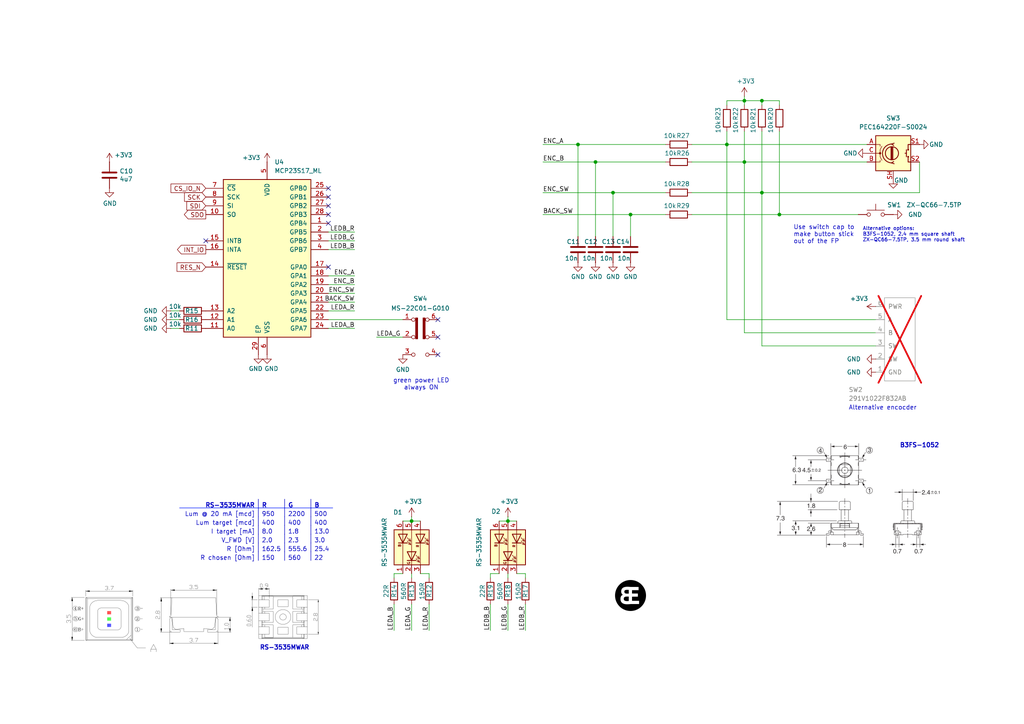
<source format=kicad_sch>
(kicad_sch (version 20250114) (generator "eeschema") (generator_version "9.0")
  (paper "A4")
  (title_block (title "ui_board_1u - User interface board") (date "2025-12-17") (rev "-") (company "Betz Engineering"))
  (lib_symbols
    (symbol "Device:C" (pin_numbers (hide yes)) (pin_names (offset 0.254))
      (property "Reference" "C" (at 0.635 2.54 0))
      (property "Value" "C" (at 0.635 -2.54 0))
      (symbol "C_0_1"
        (polyline (pts (xy -2.032 0.762) (xy 2.032 0.762)) (stroke (width 0.508)))
        (polyline (pts (xy -2.032 -0.762) (xy 2.032 -0.762)) (stroke (width 0.508)))
      )
      (symbol "C_1_1"
        (pin passive line (at 0 3.81 270) (length 2.794) (name "~") (number "1"))
        (pin passive line (at 0 -3.81 90) (length 2.794) (name "~") (number "2"))
      )
    )
    (symbol "Device:R" (pin_numbers (hide yes)) (pin_names (offset 0))
      (property "Reference" "R" (at 2.032 0 90))
      (property "Value" "R" (at 0 0 90))
      (symbol "R_0_1"
        (rectangle (start -1.016 -2.54) (end 1.016 2.54) (stroke (width 0.254)))
      )
      (symbol "R_1_1"
        (pin passive line (at 0 3.81 270) (length 1.27) (name "~") (number "1"))
        (pin passive line (at 0 -3.81 90) (length 1.27) (name "~") (number "2"))
      )
    )
    (symbol "Device:RotaryEncoder_Switch" (pin_names (offset 0.254) (hide yes))
      (property "Reference" "SW1" (at 0 10.16 0))
      (property "Value" "PEC164220F-S0024" (at 0 7.62 0))
      (symbol "RotaryEncoder_Switch_0_1"
        (rectangle (start -5.08 5.08) (end 5.08 -5.08) (stroke (width 0.254)) (fill (type background)))
        (polyline (pts (xy -5.08 2.54) (xy -3.81 2.54) (xy -3.81 2.032)))
        (polyline (pts (xy -5.08 0) (xy -3.81 0) (xy -3.81 -1.016) (xy -3.302 -2.032)))
        (polyline (pts (xy -5.08 -2.54) (xy -3.81 -2.54) (xy -3.81 -2.032)))
        (polyline (pts (xy -4.318 0) (xy -3.81 0) (xy -3.81 1.016) (xy -3.302 2.032)))
        (circle (center -3.81 0) (radius 0.254) (fill (type outline)))
        (polyline (pts (xy -0.635 -1.778) (xy -0.635 1.778)) (stroke (width 0.254)))
        (circle (center -0.381 0) (radius 1.905) (stroke (width 0.254)))
        (polyline (pts (xy -0.381 -1.778) (xy -0.381 1.778)) (stroke (width 0.254)))
        (arc (start -0.381 -2.794) (mid -3.0988 -0.0635) (end -0.381 2.667) (stroke (width 0.254)))
        (polyline (pts (xy -0.127 1.778) (xy -0.127 -1.778)) (stroke (width 0.254)))
        (polyline (pts (xy 0.254 2.921) (xy -0.508 2.667) (xy 0.127 2.286)) (stroke (width 0.254)))
        (polyline (pts (xy 0.254 -3.048) (xy -0.508 -2.794) (xy 0.127 -2.413)) (stroke (width 0.254)))
        (polyline (pts (xy 3.81 1.016) (xy 3.81 -1.016)) (stroke (width 0.254)))
        (polyline (pts (xy 3.81 0) (xy 3.429 0)) (stroke (width 0.254)))
        (circle (center 4.318 1.016) (radius 0.127) (stroke (width 0.254)))
        (circle (center 4.318 -1.016) (radius 0.127) (stroke (width 0.254)))
        (polyline (pts (xy 5.08 2.54) (xy 4.318 2.54) (xy 4.318 1.016)) (stroke (width 0.254)))
        (polyline (pts (xy 5.08 -2.54) (xy 4.318 -2.54) (xy 4.318 -1.016)) (stroke (width 0.254)))
      )
      (symbol "RotaryEncoder_Switch_1_1"
        (pin passive line (at -7.62 2.54 0) (length 2.54) (name "A") (number "A"))
        (pin passive line (at -7.62 0 0) (length 2.54) (name "C") (number "C"))
        (pin passive line (at -7.62 -2.54 0) (length 2.54) (name "B") (number "B"))
        (pin passive line (at 0 -7.62 90) (length 2.54) (name "") (number "SH"))
        (pin passive line (at 7.62 2.54 180) (length 2.54) (name "S1") (number "S1"))
        (pin passive line (at 7.62 -2.54 180) (length 2.54) (name "S2") (number "S2"))
      )
    )
    (symbol "Interface_Expansion:MCP23S17_ML" (pin_names (offset 1.016))
      (property "Reference" "U" (at -11.43 24.13 0))
      (property "Value" "MCP23S17_ML" (at 0 0 0))
      (symbol "MCP23S17_ML_0_1"
        (rectangle (start -12.7 22.86) (end 12.7 -22.86) (stroke (width 0.254)) (fill (type background)))
      )
      (symbol "MCP23S17_ML_1_1"
        (pin input line (at -17.78 20.32 0) (length 5.08) (name "~{CS}") (number "7"))
        (pin input line (at -17.78 17.78 0) (length 5.08) (name "SCK") (number "8"))
        (pin input line (at -17.78 15.24 0) (length 5.08) (name "SI") (number "9"))
        (pin output line (at -17.78 12.7 0) (length 5.08) (name "SO") (number "10"))
        (pin tri_state line (at -17.78 5.08 0) (length 5.08) (name "INTB") (number "15"))
        (pin tri_state line (at -17.78 2.54 0) (length 5.08) (name "INTA") (number "16"))
        (pin input line (at -17.78 -2.54 0) (length 5.08) (name "~{RESET}") (number "14"))
        (pin input line (at -17.78 -15.24 0) (length 5.08) (name "A2") (number "13"))
        (pin input line (at -17.78 -17.78 0) (length 5.08) (name "A1") (number "12"))
        (pin input line (at -17.78 -20.32 0) (length 5.08) (name "A0") (number "11"))
        (pin passive line (at -2.54 -27.94 90) (length 5.08) (name "EP") (number "29"))
        (pin power_in line (at 0 27.94 270) (length 5.08) (name "VDD") (number "5"))
        (pin power_in line (at 0 -27.94 90) (length 5.08) (name "VSS") (number "6"))
        (pin bidirectional line (at 17.78 20.32 180) (length 5.08) (name "GPB0") (number "25"))
        (pin bidirectional line (at 17.78 17.78 180) (length 5.08) (name "GPB1") (number "26"))
        (pin bidirectional line (at 17.78 15.24 180) (length 5.08) (name "GPB2") (number "27"))
        (pin bidirectional line (at 17.78 12.7 180) (length 5.08) (name "GPB3") (number "28"))
        (pin bidirectional line (at 17.78 10.16 180) (length 5.08) (name "GPB4") (number "1"))
        (pin bidirectional line (at 17.78 7.62 180) (length 5.08) (name "GPB5") (number "2"))
        (pin bidirectional line (at 17.78 5.08 180) (length 5.08) (name "GPB6") (number "3"))
        (pin bidirectional line (at 17.78 2.54 180) (length 5.08) (name "GPB7") (number "4"))
        (pin bidirectional line (at 17.78 -2.54 180) (length 5.08) (name "GPA0") (number "17"))
        (pin bidirectional line (at 17.78 -5.08 180) (length 5.08) (name "GPA1") (number "18"))
        (pin bidirectional line (at 17.78 -7.62 180) (length 5.08) (name "GPA2") (number "19"))
        (pin bidirectional line (at 17.78 -10.16 180) (length 5.08) (name "GPA3") (number "20"))
        (pin bidirectional line (at 17.78 -12.7 180) (length 5.08) (name "GPA4") (number "21"))
        (pin bidirectional line (at 17.78 -15.24 180) (length 5.08) (name "GPA5") (number "22"))
        (pin bidirectional line (at 17.78 -17.78 180) (length 5.08) (name "GPA6") (number "23"))
        (pin bidirectional line (at 17.78 -20.32 180) (length 5.08) (name "GPA7") (number "24"))
      )
    )
    (symbol "LED:CLX6F-FKC" (pin_names (hide yes))
      (property "Reference" "D" (at -5.08 6.35 0))
      (property "Value" "CLX6F-FKC" (at -5.08 -6.35 0))
      (symbol "CLX6F-FKC_0_0"
        (text "B" (at -0.508 -3.4544 0) (effects (font (size 0.762 0.762))))
        (text "R" (at -0.381 1.8034 0) (effects (font (size 0.762 0.762))))
        (text "G" (at 4.5466 -0.8382 0) (effects (font (size 0.762 0.762))))
      )
      (symbol "CLX6F-FKC_0_1"
        (rectangle (start -5.08 5.08) (end 5.08 -5.08) (stroke (width 0.254)) (fill (type background)))
        (polyline (pts (xy -5.08 2.54) (xy 5.08 2.54)))
        (polyline (pts (xy -5.08 0) (xy 5.08 0)))
        (polyline (pts (xy -5.08 -2.54) (xy 5.08 -2.54)))
        (polyline (pts (xy -3.81 3.81) (xy -3.81 1.27) (xy -1.27 2.54) (xy -3.81 3.81)) (stroke (width 0.254)))
        (polyline (pts (xy -3.81 -1.27) (xy -3.81 -3.81) (xy -1.27 -2.54) (xy -3.81 -1.27)) (stroke (width 0.254)))
        (polyline (pts (xy -2.794 3.81) (xy -1.778 4.826)))
        (polyline (pts (xy -2.794 -1.27) (xy -1.778 -0.254)))
        (polyline (pts (xy -2.54 4.572) (xy -1.778 4.826) (xy -2.032 4.064)))
        (polyline (pts (xy -2.032 -1.016) (xy -1.778 -0.254) (xy -2.54 -0.508)))
        (polyline (pts (xy -1.778 3.81) (xy -0.762 4.826)))
        (polyline (pts (xy -1.778 -1.27) (xy -0.762 -0.254)))
        (polyline (pts (xy -1.524 4.572) (xy -0.762 4.826) (xy -1.016 4.064)))
        (polyline (pts (xy -1.524 -0.508) (xy -0.762 -0.254) (xy -1.016 -1.016)))
        (polyline (pts (xy -1.27 3.81) (xy -1.27 1.27)) (stroke (width 0.254)))
        (polyline (pts (xy -1.27 -1.27) (xy -1.27 -3.81)) (stroke (width 0.254)))
        (polyline (pts (xy 1.27 1.27) (xy 1.27 -1.27) (xy 3.81 0) (xy 1.27 1.27)) (stroke (width 0.254)))
        (polyline (pts (xy 2.286 1.27) (xy 3.302 2.286)))
        (polyline (pts (xy 3.048 1.524) (xy 3.302 2.286) (xy 2.54 2.032)))
        (polyline (pts (xy 3.302 1.27) (xy 4.318 2.286)))
        (polyline (pts (xy 3.556 2.032) (xy 4.318 2.286) (xy 4.064 1.524)))
        (polyline (pts (xy 3.81 1.27) (xy 3.81 -1.27)) (stroke (width 0.254)))
      )
      (symbol "CLX6F-FKC_1_1"
        (pin passive line (at -7.62 2.54 0) (length 2.54) (name "AR") (number "4"))
        (pin passive line (at -7.62 0 0) (length 2.54) (name "AG") (number "5"))
        (pin passive line (at -7.62 -2.54 0) (length 2.54) (name "AB") (number "6"))
        (pin passive line (at 7.62 2.54 180) (length 2.54) (name "KR") (number "3"))
        (pin passive line (at 7.62 0 180) (length 2.54) (name "KG") (number "2"))
        (pin passive line (at 7.62 -2.54 180) (length 2.54) (name "KB") (number "1"))
      )
    )
    (symbol "Switch:SW_Push" (pin_numbers (hide yes)) (pin_names (offset 1.016) (hide yes))
      (property "Reference" "SW" (at 1.27 2.54 0))
      (property "Value" "SW_Push" (at 0 -1.524 0))
      (symbol "SW_Push_0_1"
        (circle (center -2.032 0) (radius 0.508))
        (polyline (pts (xy 0 1.27) (xy 0 3.048)))
        (circle (center 2.032 0) (radius 0.508))
        (polyline (pts (xy 2.54 1.27) (xy -2.54 1.27)))
        (pin passive line (at -5.08 0 0) (length 2.54) (name "1") (number "1"))
        (pin passive line (at 5.08 0 180) (length 2.54) (name "2") (number "2"))
      )
    )
    (symbol "Switch:SW_Slide_DPDT" (pin_names (offset 0) (hide yes))
      (property "Reference" "SW" (at 0 6.858 0))
      (property "Value" "SW_Slide_DPDT" (at 0 -8.128 0))
      (symbol "SW_Slide_DPDT_0_0"
        (circle (center -2.032 5.08) (radius 0.508))
        (circle (center -2.032 -5.08) (radius 0.508))
        (circle (center 2.032 0) (radius 0.508))
        (circle (center 2.032 -5.08) (radius 0.508))
      )
      (symbol "SW_Slide_DPDT_0_1"
        (circle (center -2.032 0) (radius 0.508))
        (circle (center 2.032 5.08) (radius 0.508))
      )
      (symbol "SW_Slide_DPDT_1_1"
        (rectangle (start -1.397 5.588) (end -0.762 -0.508) (fill (type outline)))
        (rectangle (start 0.762 5.588) (end 1.397 -0.508) (fill (type outline)))
        (pin passive line (at -5.08 5.08 0) (length 2.54) (name "A") (number "1"))
        (pin passive line (at -5.08 0 0) (length 2.54) (name "B") (number "2"))
        (pin passive line (at -5.08 -5.08 0) (length 2.54) (name "C") (number "3"))
        (pin passive line (at 5.08 5.08 180) (length 2.54) (name "C") (number "6"))
        (pin passive line (at 5.08 0 180) (length 2.54) (name "B") (number "5"))
        (pin passive line (at 5.08 -5.08 180) (length 2.54) (name "A") (number "4"))
      )
    )
    (symbol "a_psu:291V1022F832AB" (pin_names (offset 1.016))
      (property "Reference" "U" (at 16.51 22.86 90))
      (property "Value" "291V1022F832AB" (at 16.51 13.97 90))
      (symbol "291V1022F832AB_0_1"
        (rectangle (start 8.89 29.21) (end 17.78 5.08))
      )
      (symbol "291V1022F832AB_1_1"
        (pin power_in line (at 6.35 26.67 0) (length 2.54) (name "PWR") (number "6"))
        (pin open_collector line (at 6.35 22.86 0) (length 2.54) (name "A") (number "5"))
        (pin open_collector line (at 6.35 19.05 0) (length 2.54) (name "B") (number "4"))
        (pin passive line (at 6.35 15.24 0) (length 2.54) (name "SW") (number "3"))
        (pin passive line (at 6.35 11.43 0) (length 2.54) (name "SW") (number "2"))
        (pin power_in line (at 6.35 7.62 0) (length 2.54) (name "GND") (number "1"))
      )
    )
    (symbol "power:+3V3" (power) (pin_numbers (hide yes)) (pin_names (offset 0) (hide yes))
      (property "Value" "+3V3" (at 0 3.556 0))
      (symbol "+3V3_0_1"
        (polyline (pts (xy -0.762 1.27) (xy 0 2.54)))
        (polyline (pts (xy 0 2.54) (xy 0.762 1.27)))
        (polyline (pts (xy 0 0) (xy 0 2.54)))
      )
      (symbol "+3V3_1_1"
        (pin power_in line (at 0 0 90) (length 0) (name "~") (number "1"))
      )
    )
    (symbol "power:GND" (power) (pin_numbers (hide yes)) (pin_names (offset 0) (hide yes))
      (property "Value" "GND" (at 0 -3.81 0))
      (symbol "GND_0_1"
        (polyline (pts (xy 0 0) (xy 0 -1.27) (xy 1.27 -1.27) (xy 0 -2.54) (xy -1.27 -1.27) (xy 0 -1.27)))
      )
      (symbol "GND_1_1"
        (pin power_in line (at 0 0 270) (length 0) (name "~") (number "1"))
      )
    )
  )
  (text "B3FS-1052" (at 266.7 129.286 0) (effects (font (size 1.27 1.27) (thickness 0.254) (bold yes))))
  (text "RS-3535MWAR" (at 82.55 187.96 0) (effects (font (size 1.27 1.27) (thickness 0.254) (bold yes))))
  (text "green power LED\nalways ON" (at 122.174 111.506 0) (effects (font (size 1.27 1.27))))
  (text "Alternative options:\nB3FS-1052, 2.4 mm square shaft\nZX-QC66-7.5TP, 3.5 mm round shaft\n" (at 250.19 68.072 0) (effects (font (size 1.016 1.016) (thickness 0.1588)) (justify left)))
  (text "Use switch cap to\nmake button stick\nout of the FP" (at 230.124 68.072 0) (effects (font (size 1.27 1.27)) (justify left)))
  (text "Alternative encocder" (at 246.126 118.364 0) (effects (font (size 1.27 1.27)) (justify left)))
  (junction (at 182.88 62.23))
  (junction (at 215.9 46.99))
  (junction (at 167.64 41.91))
  (junction (at 177.8 55.88))
  (junction (at 220.98 55.88))
  (junction (at 220.98 29.21))
  (junction (at 172.72 46.99))
  (junction (at 215.9 29.21))
  (junction (at 119.38 151.13))
  (junction (at 226.06 62.23))
  (junction (at 147.32 151.13))
  (junction (at 210.82 41.91))
  (no_connect (at 95.25 64.77))
  (no_connect (at 95.25 62.23))
  (no_connect (at 59.69 69.85))
  (no_connect (at 127 92.71))
  (no_connect (at 127 102.87))
  (no_connect (at 95.25 54.61))
  (no_connect (at 95.25 59.69))
  (no_connect (at 95.25 77.47))
  (no_connect (at 95.25 57.15))
  (no_connect (at 127 97.79))
  (wire (pts (xy 220.98 55.88) (xy 266.7 55.88)))
  (wire (pts (xy 49.53 92.71) (xy 52.07 92.71)))
  (wire (pts (xy 149.86 166.37) (xy 152.4 166.37)))
  (wire (pts (xy 177.8 55.88) (xy 177.8 68.58)))
  (wire (pts (xy 200.66 62.23) (xy 226.06 62.23)))
  (wire (pts (xy 144.78 166.37) (xy 142.24 166.37)))
  (wire (pts (xy 95.25 92.71) (xy 116.84 92.71)))
  (wire (pts (xy 220.98 38.1) (xy 220.98 55.88)))
  (wire (pts (xy 114.3 166.37) (xy 114.3 167.64)))
  (wire (pts (xy 119.38 151.13) (xy 121.92 151.13)))
  (wire (pts (xy 210.82 38.1) (xy 210.82 41.91)))
  (wire (pts (xy 147.32 151.13) (xy 149.86 151.13)))
  (wire (pts (xy 124.46 166.37) (xy 124.46 167.64)))
  (wire (pts (xy 119.38 149.86) (xy 119.38 151.13)))
  (wire (pts (xy 220.98 100.33) (xy 220.98 55.88)))
  (wire (pts (xy 210.82 41.91) (xy 251.46 41.91)))
  (wire (pts (xy 172.72 46.99) (xy 193.04 46.99)))
  (wire (pts (xy 215.9 27.94) (xy 215.9 29.21)))
  (wire (pts (xy 157.48 62.23) (xy 182.88 62.23)))
  (wire (pts (xy 210.82 92.71) (xy 210.82 41.91)))
  (wire (pts (xy 95.25 69.85) (xy 102.87 69.85)))
  (wire (pts (xy 95.25 72.39) (xy 102.87 72.39)))
  (wire (pts (xy 114.3 175.26) (xy 114.3 182.88)))
  (wire (pts (xy 119.38 175.26) (xy 119.38 182.88)))
  (wire (pts (xy 215.9 29.21) (xy 210.82 29.21)))
  (wire (pts (xy 215.9 30.48) (xy 215.9 29.21)))
  (wire (pts (xy 266.7 55.88) (xy 266.7 46.99)))
  (wire (pts (xy 254 100.33) (xy 220.98 100.33)))
  (wire (pts (xy 95.25 80.01) (xy 102.87 80.01)))
  (wire (pts (xy 157.48 46.99) (xy 172.72 46.99)))
  (wire (pts (xy 226.06 62.23) (xy 248.92 62.23)))
  (wire (pts (xy 147.32 149.86) (xy 147.32 151.13)))
  (wire (pts (xy 200.66 46.99) (xy 215.9 46.99)))
  (wire (pts (xy 109.22 97.79) (xy 116.84 97.79)))
  (wire (pts (xy 116.84 166.37) (xy 114.3 166.37)))
  (wire (pts (xy 49.53 90.17) (xy 52.07 90.17)))
  (wire (pts (xy 116.84 151.13) (xy 119.38 151.13)))
  (wire (pts (xy 95.25 85.09) (xy 102.87 85.09)))
  (wire (pts (xy 226.06 29.21) (xy 226.06 30.48)))
  (wire (pts (xy 220.98 29.21) (xy 220.98 30.48)))
  (wire (pts (xy 157.48 55.88) (xy 177.8 55.88)))
  (wire (pts (xy 124.46 175.26) (xy 124.46 182.88)))
  (wire (pts (xy 119.38 166.37) (xy 119.38 167.64)))
  (wire (pts (xy 95.25 67.31) (xy 102.87 67.31)))
  (wire (pts (xy 215.9 96.52) (xy 215.9 46.99)))
  (wire (pts (xy 210.82 29.21) (xy 210.82 30.48)))
  (wire (pts (xy 226.06 38.1) (xy 226.06 62.23)))
  (wire (pts (xy 49.53 95.25) (xy 52.07 95.25)))
  (wire (pts (xy 215.9 38.1) (xy 215.9 46.99)))
  (wire (pts (xy 147.32 166.37) (xy 147.32 167.64)))
  (wire (pts (xy 200.66 41.91) (xy 210.82 41.91)))
  (wire (pts (xy 254 92.71) (xy 210.82 92.71)))
  (wire (pts (xy 167.64 41.91) (xy 167.64 68.58)))
  (wire (pts (xy 157.48 41.91) (xy 167.64 41.91)))
  (wire (pts (xy 95.25 95.25) (xy 102.87 95.25)))
  (wire (pts (xy 142.24 166.37) (xy 142.24 167.64)))
  (wire (pts (xy 95.25 82.55) (xy 102.87 82.55)))
  (wire (pts (xy 152.4 175.26) (xy 152.4 182.88)))
  (wire (pts (xy 95.25 90.17) (xy 102.87 90.17)))
  (wire (pts (xy 182.88 62.23) (xy 182.88 68.58)))
  (wire (pts (xy 215.9 29.21) (xy 220.98 29.21)))
  (wire (pts (xy 200.66 55.88) (xy 220.98 55.88)))
  (wire (pts (xy 144.78 151.13) (xy 147.32 151.13)))
  (wire (pts (xy 147.32 175.26) (xy 147.32 182.88)))
  (wire (pts (xy 167.64 41.91) (xy 193.04 41.91)))
  (wire (pts (xy 215.9 46.99) (xy 251.46 46.99)))
  (wire (pts (xy 172.72 46.99) (xy 172.72 68.58)))
  (wire (pts (xy 95.25 87.63) (xy 102.87 87.63)))
  (wire (pts (xy 142.24 175.26) (xy 142.24 182.88)))
  (wire (pts (xy 220.98 29.21) (xy 226.06 29.21)))
  (wire (pts (xy 254 96.52) (xy 215.9 96.52)))
  (wire (pts (xy 152.4 166.37) (xy 152.4 167.64)))
  (wire (pts (xy 177.8 55.88) (xy 193.04 55.88)))
  (wire (pts (xy 121.92 166.37) (xy 124.46 166.37)))
  (wire (pts (xy 182.88 62.23) (xy 193.04 62.23)))
  (image (at 182.88 172.72) (scale 0.417576))
  (image (at 248.92 144.78) (scale 0.228))
  (image (at 57.15 179.07) (scale 0.187531))
  (table (column_count 4) (border (external no) (header yes) (stroke (width -0.0001) (color 0 26 255 1))) (separators (rows no) (cols yes)) (column_widths 22.86 7.62 7.62 6.35) (row_heights 2.54 2.54 2.54 2.54 2.54 2.54 2.54) (cells (table_cell "RS-3535MWAR" (at 52.07 144.78 0) (size 22.86 2.54) (margins 0.9525 0.9525 0.9525 0.9525) (span 1 1)) (table_cell "R" (at 74.93 144.78 0) (size 7.62 2.54) (margins 0.9525 0.9525 0.9525 0.9525) (span 1 1)) (table_cell "G" (at 82.55 144.78 0) (size 7.62 2.54) (margins 0.9525 0.9525 0.9525 0.9525) (span 1 1)) (table_cell "B" (at 90.17 144.78 0) (size 6.35 2.54) (margins 0.9525 0.9525 0.9525 0.9525) (span 1 1)) (table_cell "Lum @ 20 mA [mcd]" (at 52.07 147.32 0) (size 22.86 2.54) (margins 0.9525 0.9525 0.9525 0.9525) (span 1 1)) (table_cell "950" (at 74.93 147.32 0) (size 7.62 2.54) (margins 0.9525 0.9525 0.9525 0.9525) (span 1 1)) (table_cell "2200" (at 82.55 147.32 0) (size 7.62 2.54) (margins 0.9525 0.9525 0.9525 0.9525) (span 1 1)) (table_cell "500" (at 90.17 147.32 0) (size 6.35 2.54) (margins 0.9525 0.9525 0.9525 0.9525) (span 1 1)) (table_cell "Lum target [mcd]" (at 52.07 149.86 0) (size 22.86 2.54) (margins 0.9525 0.9525 0.9525 0.9525) (span 1 1)) (table_cell "400" (at 74.93 149.86 0) (size 7.62 2.54) (margins 0.9525 0.9525 0.9525 0.9525) (span 1 1)) (table_cell "400" (at 82.55 149.86 0) (size 7.62 2.54) (margins 0.9525 0.9525 0.9525 0.9525) (span 1 1)) (table_cell "400" (at 90.17 149.86 0) (size 6.35 2.54) (margins 0.9525 0.9525 0.9525 0.9525) (span 1 1)) (table_cell "I target [mA]" (at 52.07 152.4 0) (size 22.86 2.54) (margins 0.9525 0.9525 0.9525 0.9525) (span 1 1)) (table_cell "8.0" (at 74.93 152.4 0) (size 7.62 2.54) (margins 0.9525 0.9525 0.9525 0.9525) (span 1 1)) (table_cell "1.8" (at 82.55 152.4 0) (size 7.62 2.54) (margins 0.9525 0.9525 0.9525 0.9525) (span 1 1)) (table_cell "13.0" (at 90.17 152.4 0) (size 6.35 2.54) (margins 0.9525 0.9525 0.9525 0.9525) (span 1 1)) (table_cell "V_FWD [V]" (at 52.07 154.94 0) (size 22.86 2.54) (margins 0.9525 0.9525 0.9525 0.9525) (span 1 1)) (table_cell "2.0" (at 74.93 154.94 0) (size 7.62 2.54) (margins 0.9525 0.9525 0.9525 0.9525) (span 1 1)) (table_cell "2.3" (at 82.55 154.94 0) (size 7.62 2.54) (margins 0.9525 0.9525 0.9525 0.9525) (span 1 1)) (table_cell "3.0" (at 90.17 154.94 0) (size 6.35 2.54) (margins 0.9525 0.9525 0.9525 0.9525) (span 1 1)) (table_cell "R [Ohm]" (at 52.07 157.48 0) (size 22.86 2.54) (margins 0.9525 0.9525 0.9525 0.9525) (span 1 1)) (table_cell "162.5" (at 74.93 157.48 0) (size 7.62 2.54) (margins 0.9525 0.9525 0.9525 0.9525) (span 1 1)) (table_cell "555.6" (at 82.55 157.48 0) (size 7.62 2.54) (margins 0.9525 0.9525 0.9525 0.9525) (span 1 1)) (table_cell "25.4" (at 90.17 157.48 0) (size 6.35 2.54) (margins 0.9525 0.9525 0.9525 0.9525) (span 1 1)) (table_cell "R chosen [Ohm]" (at 52.07 160.02 0) (size 22.86 2.54) (margins 0.9525 0.9525 0.9525 0.9525) (span 1 1)) (table_cell "150" (at 74.93 160.02 0) (size 7.62 2.54) (margins 0.9525 0.9525 0.9525 0.9525) (span 1 1)) (table_cell "560" (at 82.55 160.02 0) (size 7.62 2.54) (margins 0.9525 0.9525 0.9525 0.9525) (span 1 1)) (table_cell "22" (at 90.17 160.02 0) (size 6.35 2.54) (margins 0.9525 0.9525 0.9525 0.9525) (span 1 1))))
  (label "LEDA_B" (at 102.87 95.25 180))
  (label "LEDA_R" (at 102.87 90.17 180))
  (label "LEDB_R" (at 152.4 182.88 90))
  (label "LEDB_B" (at 102.87 72.39 180))
  (label "LEDB_R" (at 102.87 67.31 180))
  (label "ENC_A" (at 157.48 41.91 0))
  (label "BACK_SW" (at 102.87 87.63 180))
  (label "LEDA_R" (at 124.46 182.88 90))
  (label "LEDA_B" (at 114.3 182.88 90))
  (label "LEDB_G" (at 102.87 69.85 180))
  (label "BACK_SW" (at 157.48 62.23 0))
  (label "ENC_SW" (at 102.87 85.09 180))
  (label "ENC_SW" (at 157.48 55.88 0))
  (label "LEDB_B" (at 142.24 182.88 90))
  (label "ENC_B" (at 157.48 46.99 0))
  (label "LEDA_G" (at 119.38 182.88 90))
  (label "ENC_B" (at 102.87 82.55 180))
  (label "LEDB_G" (at 147.32 182.88 90))
  (label "ENC_A" (at 102.87 80.01 180))
  (label "LEDA_G" (at 109.22 97.79 0))
  (global_label "RES_N" (shape input) (at 59.69 77.47 180) (property "Intersheetrefs" "${INTERSHEET_REFS}" (effects (hide yes))))
  (global_label "CS_IO_N" (shape input) (at 59.69 54.61 180) (property "Intersheetrefs" "${INTERSHEET_REFS}" (effects (hide yes))))
  (global_label "INT_IO" (shape output) (at 59.69 72.39 180) (property "Intersheetrefs" "${INTERSHEET_REFS}" (effects (hide yes))))
  (global_label "SDO" (shape output) (at 59.69 62.23 180) (property "Intersheetrefs" "${INTERSHEET_REFS}" (effects (hide yes))))
  (global_label "SCK" (shape input) (at 59.69 57.15 180) (property "Intersheetrefs" "${INTERSHEET_REFS}" (effects (hide yes))))
  (global_label "SDI" (shape input) (at 59.69 59.69 180) (property "Intersheetrefs" "${INTERSHEET_REFS}" (effects (hide yes))))
  (symbol (lib_id "Device:R") (at 220.98 34.29 180) (unit 1)
    (property "Reference" "R21" (at 218.44 33.02 90))
    (property "Value" "10k" (at 218.44 36.83 90))
    (property "Footprint" "Resistor_SMD:R_0603_1608Metric" (effects (hide yes)))
  )
  (symbol (lib_id "Device:R") (at 215.9 34.29 180) (unit 1)
    (property "Reference" "R22" (at 213.36 33.02 90))
    (property "Value" "10k" (at 213.36 36.83 90))
    (property "Footprint" "Resistor_SMD:R_0603_1608Metric" (effects (hide yes)))
  )
  (symbol (lib_id "power:+3V3") (at 215.9 27.94 0) (unit 1)
    (property "Reference" "#PWR0125" (effects (hide yes)))
    (property "Value" "+3V3" (at 216.281 23.5458 0))
  )
  (symbol (lib_id "Device:R") (at 210.82 34.29 180) (unit 1)
    (property "Reference" "R23" (at 208.28 33.02 90))
    (property "Value" "10k" (at 208.28 36.83 90))
    (property "Footprint" "Resistor_SMD:R_0603_1608Metric" (effects (hide yes)))
  )
  (symbol (lib_id "power:+3V3") (at 77.47 46.99 0) (unit 1)
    (property "Reference" "#PWR0102" (effects (hide yes)))
    (property "Value" "+3V3" (at 72.898 45.72 0))
  )
  (symbol (lib_id "Device:C") (at 31.75 50.8 0) (unit 1)
    (property "Reference" "C10" (at 34.671 49.6316 0) (effects (justify left)))
    (property "Value" "4u7" (at 34.671 51.943 0) (effects (justify left)))
    (property "Footprint" "Capacitor_SMD:C_1206_3216Metric" (effects (hide yes)))
  )
  (symbol (lib_id "power:+3V3") (at 31.75 46.99 0) (unit 1)
    (property "Reference" "#PWR0104" (effects (hide yes)))
    (property "Value" "+3V3" (at 35.814 44.958 0))
  )
  (symbol (lib_id "power:GND") (at 31.75 54.61 0) (unit 1)
    (property "Reference" "#PWR0118" (effects (hide yes)))
    (property "Value" "GND" (at 31.877 59.0042 0))
  )
  (symbol (lib_id "power:GND") (at 77.47 102.87 0) (unit 1)
    (property "Reference" "#PWR0120" (effects (hide yes)))
    (property "Value" "GND" (at 80.772 106.934 0) (effects (justify right)))
  )
  (symbol (lib_id "power:GND") (at 49.53 92.71 270) (unit 1)
    (property "Reference" "#PWR0130" (effects (hide yes)))
    (property "Value" "GND" (at 45.72 92.71 90) (effects (justify right)))
  )
  (symbol (lib_id "power:GND") (at 49.53 95.25 270) (unit 1)
    (property "Reference" "#PWR0131" (effects (hide yes)))
    (property "Value" "GND" (at 45.72 95.25 90) (effects (justify right)))
  )
  (symbol (lib_id "Device:R") (at 124.46 171.45 180) (unit 1)
    (property "Reference" "R12" (at 124.46 171.45 90))
    (property "Value" "150R" (at 122.428 171.45 90))
    (property "Footprint" "Resistor_SMD:R_0603_1608Metric" (effects (hide yes)))
  )
  (symbol (lib_id "power:GND") (at 177.8 76.2 0) (unit 1)
    (property "Reference" "#PWR0137" (effects (hide yes)))
    (property "Value" "GND" (at 177.8 80.264 0))
  )
  (symbol (lib_id "power:GND") (at 251.46 44.45 270) (unit 1)
    (property "Reference" "#PWR0133" (effects (hide yes)))
    (property "Value" "GND" (at 246.634 44.45 90))
  )
  (symbol (lib_id "power:GND") (at 167.64 76.2 0) (unit 1)
    (property "Reference" "#PWR0135" (effects (hide yes)))
    (property "Value" "GND" (at 167.64 80.264 0))
  )
  (symbol (lib_id "Device:C") (at 177.8 72.39 0) (unit 1)
    (property "Reference" "C13" (at 174.498 70.104 0) (effects (justify left)))
    (property "Value" "10n" (at 173.99 74.93 0) (effects (justify left)))
    (property "Footprint" "Capacitor_SMD:C_0603_1608Metric" (effects (hide yes)))
    (property "Description" "Unpolarized capacitor" (effects (hide yes)))
  )
  (symbol (lib_id "power:GND") (at 254 107.95 270) (unit 1)
    (property "Reference" "#PWR0157" (effects (hide yes)))
    (property "Value" "GND" (at 247.65 107.95 90))
  )
  (symbol (lib_id "Device:R") (at 196.85 41.91 90) (unit 1)
    (property "Reference" "R27" (at 198.12 39.37 90))
    (property "Value" "10k" (at 194.31 39.37 90))
    (property "Footprint" "Resistor_SMD:R_0603_1608Metric" (effects (hide yes)))
  )
  (symbol (lib_id "power:GND") (at 172.72 76.2 0) (unit 1)
    (property "Reference" "#PWR0136" (effects (hide yes)))
    (property "Value" "GND" (at 172.72 80.264 0))
  )
  (symbol (lib_id "Device:R") (at 196.85 46.99 90) (unit 1)
    (property "Reference" "R26" (at 198.12 44.45 90))
    (property "Value" "10k" (at 194.564 44.45 90))
    (property "Footprint" "Resistor_SMD:R_0603_1608Metric" (effects (hide yes)))
  )
  (symbol (lib_id "power:+3V3") (at 147.32 149.86 0) (unit 1)
    (property "Reference" "#PWR0140" (effects (hide yes)))
    (property "Value" "+3V3" (at 147.701 145.4658 0))
  )
  (symbol (lib_id "Device:R") (at 152.4 171.45 180) (unit 1)
    (property "Reference" "R17" (at 152.4 171.45 90))
    (property "Value" "150R" (at 150.368 171.45 90))
    (property "Footprint" "Resistor_SMD:R_0603_1608Metric" (effects (hide yes)))
  )
  (symbol (lib_id "power:GND") (at 182.88 76.2 0) (unit 1)
    (property "Reference" "#PWR0156" (effects (hide yes)))
    (property "Value" "GND" (at 182.88 80.264 0))
  )
  (symbol (lib_id "power:GND") (at 259.08 52.07 0) (unit 1)
    (property "Reference" "#PWR0152" (effects (hide yes)))
    (property "Value" "GND" (at 261.366 52.324 0))
  )
  (symbol (lib_id "Device:C") (at 167.64 72.39 0) (unit 1)
    (property "Reference" "C11" (at 164.338 70.104 0) (effects (justify left)))
    (property "Value" "10n" (at 163.83 74.93 0) (effects (justify left)))
    (property "Footprint" "Capacitor_SMD:C_0603_1608Metric" (effects (hide yes)))
    (property "Description" "Unpolarized capacitor" (effects (hide yes)))
  )
  (symbol (lib_id "Device:R") (at 226.06 34.29 180) (unit 1)
    (property "Reference" "R20" (at 223.52 33.02 90))
    (property "Value" "10k" (at 223.52 36.83 90))
    (property "Footprint" "Resistor_SMD:R_0603_1608Metric" (effects (hide yes)))
  )
  (symbol (lib_id "Device:C") (at 182.88 72.39 0) (unit 1)
    (property "Reference" "C14" (at 182.626 70.104 0) (effects (justify right)))
    (property "Value" "10n" (at 179.07 74.93 0) (effects (justify left)))
    (property "Footprint" "Capacitor_SMD:C_0603_1608Metric" (effects (hide yes)))
    (property "Description" "Unpolarized capacitor" (effects (hide yes)))
  )
  (symbol (lib_id "Device:RotaryEncoder_Switch") (at 259.08 44.45 0) (unit 1)
    (property "Reference" "SW3" (at 259.08 34.29 0))
    (property "Value" "PEC164220F-S0024" (at 259.08 36.83 0))
    (property "Footprint" "a_psu:RotaryEncoder_Bourns_Vertical_PEC16-4xxxF-Sxxxx" (effects (hide yes)))
    (property "Description" "Rotary encoder, dual channel, incremental quadrate outputs, with switch" (effects (hide yes)))
  )
  (symbol (lib_id "power:GND") (at 74.93 102.87 0) (unit 1)
    (property "Reference" "#PWR0123" (effects (hide yes)))
    (property "Value" "GND" (at 76.2 106.934 0) (effects (justify right)))
  )
  (symbol (lib_id "Device:R") (at 55.88 92.71 90) (unit 1)
    (property "Reference" "R16" (at 55.626 92.71 90))
    (property "Value" "10k" (at 50.8 91.44 90))
    (property "Footprint" "Resistor_SMD:R_0603_1608Metric" (effects (hide yes)))
  )
  (symbol (lib_id "Device:C") (at 172.72 72.39 0) (unit 1)
    (property "Reference" "C12" (at 169.418 70.104 0) (effects (justify left)))
    (property "Value" "10n" (at 168.91 74.93 0) (effects (justify left)))
    (property "Footprint" "Capacitor_SMD:C_0603_1608Metric" (effects (hide yes)))
    (property "Description" "Unpolarized capacitor" (effects (hide yes)))
  )
  (symbol (lib_id "Device:R") (at 55.88 95.25 90) (unit 1)
    (property "Reference" "R11" (at 55.626 95.25 90))
    (property "Value" "10k" (at 50.8 93.98 90))
    (property "Footprint" "Resistor_SMD:R_0603_1608Metric" (effects (hide yes)))
  )
  (symbol (lib_id "power:+3V3") (at 254 88.9 90) (unit 1)
    (property "Reference" "#PWR0126" (effects (hide yes)))
    (property "Value" "+3V3" (at 249.174 86.614 90))
  )
  (symbol (lib_id "Device:R") (at 147.32 171.45 180) (unit 1)
    (property "Reference" "R18" (at 147.32 171.45 90))
    (property "Value" "560R" (at 145.034 171.45 90))
    (property "Footprint" "Resistor_SMD:R_0603_1608Metric" (effects (hide yes)))
  )
  (symbol (lib_id "a_psu:291V1022F832AB") (at 247.65 115.57 0) (unit 1) (dnp yes)
    (property "Reference" "SW2" (at 246.126 113.03 0) (effects (justify left)))
    (property "Value" "291V1022F832AB" (at 246.126 115.57 0) (effects (justify left)))
    (property "Footprint" "a_psu:291V1" (effects (hide yes)))
    (property "digikey" "CT3044-ND" (effects (hide yes)))
  )
  (symbol (lib_id "power:GND") (at 266.7 41.91 90) (unit 1)
    (property "Reference" "#PWR0138" (effects (hide yes)))
    (property "Value" "GND" (at 271.526 41.91 90))
  )
  (symbol (lib_id "Device:R") (at 119.38 171.45 180) (unit 1)
    (property "Reference" "R13" (at 119.38 171.45 90))
    (property "Value" "560R" (at 117.094 171.45 90))
    (property "Footprint" "Resistor_SMD:R_0603_1608Metric" (effects (hide yes)))
  )
  (symbol (lib_id "power:GND") (at 259.08 62.23 90) (unit 1)
    (property "Reference" "#PWR0154" (effects (hide yes)))
    (property "Value" "GND" (at 265.43 62.23 90))
  )
  (symbol (lib_id "power:GND") (at 116.84 102.87 0) (unit 1)
    (property "Reference" "#PWR0127" (effects (hide yes)))
    (property "Value" "GND" (at 116.84 107.188 0))
  )
  (symbol (lib_id "Device:R") (at 142.24 171.45 180) (unit 1)
    (property "Reference" "R19" (at 142.24 171.45 90))
    (property "Value" "22R" (at 139.954 171.45 90))
    (property "Footprint" "Resistor_SMD:R_0603_1608Metric" (effects (hide yes)))
  )
  (symbol (lib_id "Device:R") (at 114.3 171.45 180) (unit 1)
    (property "Reference" "R14" (at 114.3 171.45 90))
    (property "Value" "22R" (at 112.014 171.45 90))
    (property "Footprint" "Resistor_SMD:R_0603_1608Metric" (effects (hide yes)))
  )
  (symbol (lib_id "Device:R") (at 196.85 62.23 90) (unit 1)
    (property "Reference" "R29" (at 198.12 59.69 90))
    (property "Value" "10k" (at 194.31 59.69 90))
    (property "Footprint" "Resistor_SMD:R_0603_1608Metric" (effects (hide yes)))
  )
  (symbol (lib_id "LED:CLX6F-FKC") (at 147.32 158.75 270) (unit 1)
    (property "Reference" "D2" (at 142.494 148.336 90) (effects (justify left)))
    (property "Value" "RS-3535MWAR" (at 138.938 150.114 0) (effects (justify left)))
    (property "Footprint" "LED_SMD:LED_RGB_PLCC-6" (effects (hide yes)))
    (property "Datasheet" "https://jlcpcb.com/api/file/downloadByFileSystemAccessId/8588884074492125184" (effects (hide yes)))
    (property "Description" "RGB LED, PLCC-6" (effects (hide yes)))
  )
  (symbol (lib_id "Interface_Expansion:MCP23S17_ML") (at 77.47 74.93 0) (unit 1)
    (property "Reference" "U4" (at 79.6133 46.99 0) (effects (justify left)))
    (property "Value" "MCP23S17_ML" (at 79.6133 49.53 0) (effects (justify left)))
    (property "Footprint" "Package_DFN_QFN:QFN-28-1EP_6x6mm_P0.65mm_EP4.25x4.25mm" (effects (hide yes)))
    (property "Datasheet" "http://ww1.microchip.com/downloads/en/DeviceDoc/20001952C.pdf" (effects (hide yes)))
    (property "Description" "16-bit I/O expander, SPI, interrupts, w pull-ups, QFN-28" (effects (hide yes)))
  )
  (symbol (lib_id "Switch:SW_Slide_DPDT") (at 121.92 97.79 0) (unit 1)
    (property "Reference" "SW4" (at 121.92 86.614 0))
    (property "Value" "MS-22C01-G010" (at 121.92 89.408 0))
    (property "Footprint" "a_psu:MS-22C01" (effects (hide yes)))
    (property "Description" "Slide Switch, dual pole double throw" (effects (hide yes)))
  )
  (symbol (lib_id "power:GND") (at 49.53 90.17 270) (unit 1)
    (property "Reference" "#PWR0139" (effects (hide yes)))
    (property "Value" "GND" (at 45.72 90.17 90) (effects (justify right)))
  )
  (symbol (lib_id "Device:R") (at 55.88 90.17 90) (unit 1)
    (property "Reference" "R15" (at 55.626 90.17 90))
    (property "Value" "10k" (at 50.8 88.9 90))
    (property "Footprint" "Resistor_SMD:R_0603_1608Metric" (effects (hide yes)))
  )
  (symbol (lib_id "Device:R") (at 196.85 55.88 90) (unit 1)
    (property "Reference" "R28" (at 198.12 53.34 90))
    (property "Value" "10k" (at 194.31 53.34 90))
    (property "Footprint" "Resistor_SMD:R_0603_1608Metric" (effects (hide yes)))
  )
  (symbol (lib_id "LED:CLX6F-FKC") (at 119.38 158.75 270) (unit 1)
    (property "Reference" "D1" (at 114.046 148.59 90) (effects (justify left)))
    (property "Value" "RS-3535MWAR" (at 111.506 150.114 0) (effects (justify left)))
    (property "Footprint" "LED_SMD:LED_RGB_PLCC-6" (effects (hide yes)))
    (property "Datasheet" "https://jlcpcb.com/api/file/downloadByFileSystemAccessId/8588884074492125184" (effects (hide yes)))
    (property "Description" "RGB LED, PLCC-6" (effects (hide yes)))
  )
  (symbol (lib_id "power:GND") (at 254 104.14 270) (unit 1)
    (property "Reference" "#PWR0158" (effects (hide yes)))
    (property "Value" "GND" (at 247.65 104.14 90))
  )
  (symbol (lib_id "Switch:SW_Push") (at 254 62.23 0) (unit 1)
    (property "Reference" "SW1" (at 257.302 59.436 0) (effects (justify left)))
    (property "Value" "ZX-QC66-7.5TP" (at 262.89 59.436 0) (effects (justify left)))
    (property "Footprint" "Button_Switch_SMD:SW_SPST_Omron_B3FS-105xP" (effects (hide yes)))
    (property "Description" "Push button switch, generic, two pins" (effects (hide yes)))
  )
  (symbol (lib_id "power:+3V3") (at 119.38 149.86 0) (unit 1)
    (property "Reference" "#PWR0129" (effects (hide yes)))
    (property "Value" "+3V3" (at 119.761 145.4658 0))
  )
)
</source>
